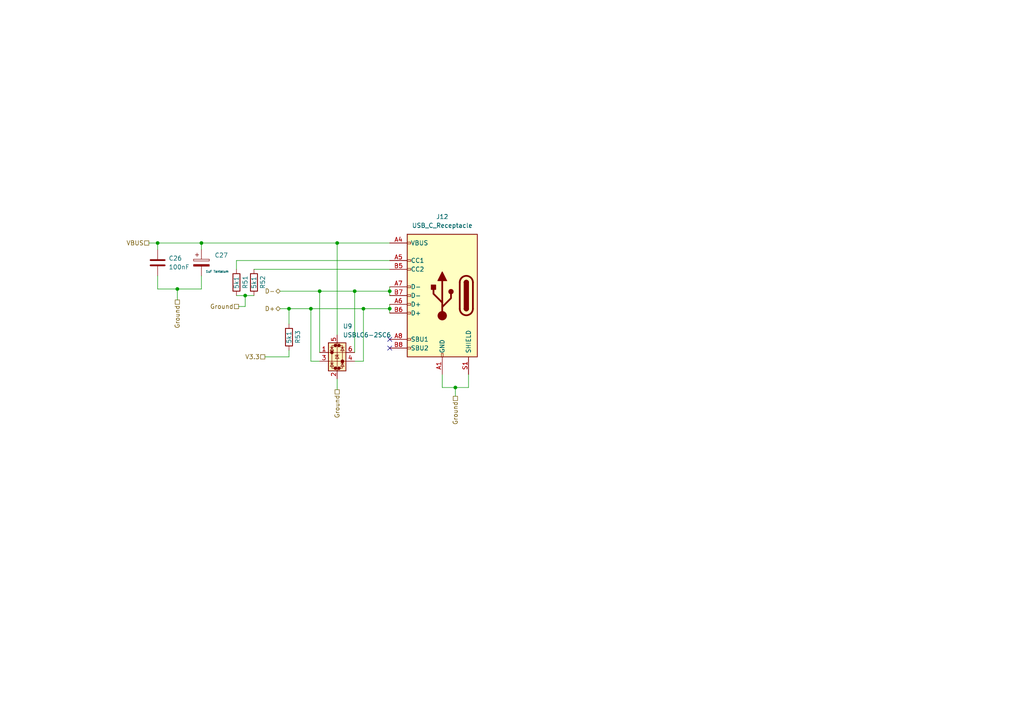
<source format=kicad_sch>
(kicad_sch (version 20231120) (generator "eeschema") (generator_version "8.0")
  (paper "A4")
  (lib_symbols
    (symbol "Device:C" (pin_numbers hide) (pin_names (offset 0.254))
      (property "Reference" "C" (at 0.635 2.54 0))
      (property "Value" "C" (at 0.635 -2.54 0))
      (symbol "C_0_1"
        (polyline (pts (xy -2.032 -0.762) (xy 2.032 -0.762)) (stroke (width 0.508)))
        (polyline (pts (xy -2.032 0.762) (xy 2.032 0.762)) (stroke (width 0.508)))
      )
      (symbol "C_1_1"
        (pin passive line (at 0 3.81 270) (length 2.794) (name "~") (number "1"))
        (pin passive line (at 0 -3.81 90) (length 2.794) (name "~") (number "2"))
      )
    )
    (symbol "Device:C_Polarized" (pin_numbers hide) (pin_names (offset 0.254))
      (property "Reference" "C" (at 0.635 2.54 0))
      (property "Value" "C_Polarized" (at 0.635 -2.54 0))
      (symbol "C_Polarized_0_1"
        (rectangle (start -2.286 0.508) (end 2.286 1.016))
        (polyline (pts (xy -1.778 2.286) (xy -0.762 2.286)))
        (polyline (pts (xy -1.27 2.794) (xy -1.27 1.778)))
        (rectangle (start 2.286 -0.508) (end -2.286 -1.016) (fill (type outline)))
      )
      (symbol "C_Polarized_1_1"
        (pin passive line (at 0 3.81 270) (length 2.794) (name "~") (number "1"))
        (pin passive line (at 0 -3.81 90) (length 2.794) (name "~") (number "2"))
      )
    )
    (symbol "Device:R" (pin_numbers hide) (pin_names (offset 0))
      (property "Reference" "R" (at 2.032 0 90))
      (property "Value" "R" (at 0 0 90))
      (symbol "R_0_1"
        (rectangle (start -1.016 -2.54) (end 1.016 2.54) (stroke (width 0.254)))
      )
      (symbol "R_1_1"
        (pin passive line (at 0 3.81 270) (length 1.27) (name "~") (number "1"))
        (pin passive line (at 0 -3.81 90) (length 1.27) (name "~") (number "2"))
      )
    )
    (symbol "Power_Protection:USBLC6-2SC6" (pin_names hide)
      (property "Reference" "U" (at 0.635 5.715 0))
      (property "Value" "USBLC6-2SC6" (at 0.635 3.81 0))
      (symbol "USBLC6-2SC6_0_0"
        (circle (center -1.524 0) (radius 0.0001) (stroke (width 0.508)))
        (circle (center -0.508 -4.572) (radius 0.0001) (stroke (width 0.508)))
        (circle (center -0.508 2.032) (radius 0.0001) (stroke (width 0.508)))
        (circle (center 0.508 -4.572) (radius 0.0001) (stroke (width 0.508)))
        (circle (center 0.508 2.032) (radius 0.0001) (stroke (width 0.508)))
        (circle (center 1.524 -2.54) (radius 0.0001) (stroke (width 0.508)))
      )
      (symbol "USBLC6-2SC6_0_1"
        (polyline (pts (xy -2.54 -2.54) (xy 2.54 -2.54)))
        (polyline (pts (xy -2.54 0) (xy 2.54 0)))
        (polyline (pts (xy -2.032 -3.048) (xy -1.016 -3.048)))
        (polyline (pts (xy -1.016 1.524) (xy -2.032 1.524)))
        (polyline (pts (xy 1.016 -3.048) (xy 2.032 -3.048)))
        (polyline (pts (xy 1.016 1.524) (xy 2.032 1.524)))
        (polyline (pts (xy -0.508 -1.143) (xy -0.508 -0.762) (xy 0.508 -0.762)))
        (polyline (pts (xy -2.032 0.508) (xy -1.016 0.508) (xy -1.524 1.524) (xy -2.032 0.508)))
        (polyline (pts (xy -1.016 -4.064) (xy -2.032 -4.064) (xy -1.524 -3.048) (xy -1.016 -4.064)))
        (polyline (pts (xy 0.508 -1.778) (xy -0.508 -1.778) (xy 0 -0.762) (xy 0.508 -1.778)))
        (polyline (pts (xy 2.032 -4.064) (xy 1.016 -4.064) (xy 1.524 -3.048) (xy 2.032 -4.064)))
        (polyline (pts (xy 2.032 0.508) (xy 1.016 0.508) (xy 1.524 1.524) (xy 2.032 0.508)))
        (polyline (pts (xy 0 2.54) (xy -0.508 2.032) (xy 0.508 2.032) (xy 0 1.524) (xy 0 -4.064) (xy -0.508 -4.572) (xy 0.508 -4.572) (xy 0 -5.08)))
      )
      (symbol "USBLC6-2SC6_1_1"
        (rectangle (start -2.54 2.794) (end 2.54 -5.334) (stroke (width 0.254)) (fill (type background)))
        (polyline (pts (xy -0.508 2.032) (xy -1.524 2.032) (xy -1.524 -4.572) (xy -0.508 -4.572)))
        (polyline (pts (xy 0.508 -4.572) (xy 1.524 -4.572) (xy 1.524 2.032) (xy 0.508 2.032)))
        (pin passive line (at -5.08 0 0) (length 2.54) (name "I/O1") (number "1"))
        (pin passive line (at 0 -7.62 90) (length 2.54) (name "GND") (number "2"))
        (pin passive line (at -5.08 -2.54 0) (length 2.54) (name "I/O2") (number "3"))
        (pin passive line (at 5.08 -2.54 180) (length 2.54) (name "I/O2") (number "4"))
        (pin passive line (at 0 5.08 270) (length 2.54) (name "VBUS") (number "5"))
        (pin passive line (at 5.08 0 180) (length 2.54) (name "I/O1") (number "6"))
      )
    )
    (symbol "SpiritBoi_Library:USB_C_Receptacle" (pin_names (offset 1.016))
      (property "Reference" "J" (at -21.59 15.24 0))
      (property "Value" "USB_C_Receptacle" (at -12.7 10.16 0))
      (symbol "USB_C_Receptacle_0_0"
        (rectangle (start -0.254 -17.78) (end 0.254 -16.764))
        (rectangle (start 10.16 -14.986) (end 9.144 -15.494))
        (rectangle (start 10.16 -12.446) (end 9.144 -12.954))
        (rectangle (start 10.16 -4.826) (end 9.144 -5.334))
        (rectangle (start 10.16 -2.286) (end 9.144 -2.794))
        (rectangle (start 10.16 0.254) (end 9.144 -0.254))
        (rectangle (start 10.16 2.794) (end 9.144 2.286))
        (rectangle (start 10.16 7.874) (end 9.144 7.366))
        (rectangle (start 10.16 10.414) (end 9.144 9.906))
        (rectangle (start 10.16 15.494) (end 9.144 14.986))
      )
      (symbol "USB_C_Receptacle_0_1"
        (rectangle (start -10.16 17.78) (end 10.16 -17.78) (stroke (width 0.254)) (fill (type background)))
        (arc (start -8.89 -3.81) (mid -6.985 -5.7067) (end -5.08 -3.81) (stroke (width 0.508)))
        (arc (start -7.62 -3.81) (mid -6.985 -4.4423) (end -6.35 -3.81) (stroke (width 0.254)))
        (arc (start -7.62 -3.81) (mid -6.985 -4.4423) (end -6.35 -3.81) (stroke (width 0.254)) (fill (type outline)))
        (rectangle (start -7.62 -3.81) (end -6.35 3.81) (stroke (width 0.254)) (fill (type outline)))
        (arc (start -6.35 3.81) (mid -6.985 4.4423) (end -7.62 3.81) (stroke (width 0.254)))
        (arc (start -6.35 3.81) (mid -6.985 4.4423) (end -7.62 3.81) (stroke (width 0.254)) (fill (type outline)))
        (arc (start -5.08 3.81) (mid -6.985 5.7067) (end -8.89 3.81) (stroke (width 0.508)))
        (circle (center -2.54 1.143) (radius 0.635) (stroke (width 0.254)) (fill (type outline)))
        (circle (center 0 -5.842) (radius 1.27) (fill (type outline)))
        (polyline (pts (xy -8.89 -3.81) (xy -8.89 3.81)) (stroke (width 0.508)))
        (polyline (pts (xy -5.08 3.81) (xy -5.08 -3.81)) (stroke (width 0.508)))
        (polyline (pts (xy 0 -5.842) (xy 0 4.318)) (stroke (width 0.508)))
        (polyline (pts (xy 0 -3.302) (xy -2.54 -0.762) (xy -2.54 0.508)) (stroke (width 0.508)))
        (polyline (pts (xy 0 -2.032) (xy 2.54 0.508) (xy 2.54 1.778)) (stroke (width 0.508)))
        (polyline (pts (xy -1.27 4.318) (xy 0 6.858) (xy 1.27 4.318) (xy -1.27 4.318)) (stroke (width 0.254)) (fill (type outline)))
        (rectangle (start 1.905 1.778) (end 3.175 3.048) (stroke (width 0.254)) (fill (type outline)))
      )
      (symbol "USB_C_Receptacle_1_1"
        (pin passive line (at 0 -22.86 90) (length 5.08) (name "GND") (number "A1"))
        (pin passive line (at 0 -22.86 90) (length 5.08) hide (name "GND") (number "A12"))
        (pin passive line (at 15.24 15.24 180) (length 5.08) (name "VBUS") (number "A4"))
        (pin bidirectional line (at 15.24 10.16 180) (length 5.08) (name "CC1") (number "A5"))
        (pin bidirectional line (at 15.24 -2.54 180) (length 5.08) (name "D+") (number "A6"))
        (pin bidirectional line (at 15.24 2.54 180) (length 5.08) (name "D-") (number "A7"))
        (pin bidirectional line (at 15.24 -12.7 180) (length 5.08) (name "SBU1") (number "A8"))
        (pin passive line (at 15.24 15.24 180) (length 5.08) hide (name "VBUS") (number "A9"))
        (pin passive line (at 0 -22.86 90) (length 5.08) hide (name "GND") (number "B1"))
        (pin passive line (at 0 -22.86 90) (length 5.08) hide (name "GND") (number "B12"))
        (pin passive line (at 15.24 15.24 180) (length 5.08) hide (name "VBUS") (number "B4"))
        (pin bidirectional line (at 15.24 7.62 180) (length 5.08) (name "CC2") (number "B5"))
        (pin bidirectional line (at 15.24 -5.08 180) (length 5.08) (name "D+") (number "B6"))
        (pin bidirectional line (at 15.24 0 180) (length 5.08) (name "D-") (number "B7"))
        (pin bidirectional line (at 15.24 -15.24 180) (length 5.08) (name "SBU2") (number "B8"))
        (pin passive line (at 15.24 15.24 180) (length 5.08) hide (name "VBUS") (number "B9"))
        (pin passive line (at -7.62 -22.86 90) (length 5.08) (name "SHIELD") (number "S1"))
      )
    )
  )
  (junction (at 58.42 70.485))
  (junction (at 45.72 70.485))
  (junction (at 113.03 89.535))
  (junction (at 71.12 85.725))
  (junction (at 113.03 84.455))
  (junction (at 132.08 112.395))
  (junction (at 83.82 89.535))
  (junction (at 90.17 89.535))
  (junction (at 105.41 89.535))
  (junction (at 51.435 83.82))
  (junction (at 92.71 84.455))
  (junction (at 97.79 70.485))
  (junction (at 102.87 84.455))
  (no_connect (at 113.03 100.965))
  (no_connect (at 113.03 98.425))
  (wire (pts (xy 113.03 75.565) (xy 68.58 75.565)))
  (wire (pts (xy 45.72 80.01) (xy 45.72 83.82)))
  (wire (pts (xy 71.12 85.725) (xy 73.66 85.725)))
  (wire (pts (xy 113.03 88.265) (xy 113.03 89.535)))
  (wire (pts (xy 92.71 84.455) (xy 92.71 102.235)))
  (wire (pts (xy 132.08 112.395) (xy 132.08 114.935)))
  (wire (pts (xy 45.72 70.485) (xy 45.72 72.39)))
  (wire (pts (xy 51.435 83.82) (xy 58.42 83.82)))
  (wire (pts (xy 135.89 108.585) (xy 135.89 112.395)))
  (wire (pts (xy 76.835 103.505) (xy 83.82 103.505)))
  (wire (pts (xy 83.82 103.505) (xy 83.82 101.6)))
  (wire (pts (xy 102.87 84.455) (xy 102.87 102.235)))
  (wire (pts (xy 71.12 85.725) (xy 71.12 88.9)))
  (wire (pts (xy 58.42 70.485) (xy 58.42 72.39)))
  (wire (pts (xy 43.18 70.485) (xy 45.72 70.485)))
  (wire (pts (xy 128.27 112.395) (xy 128.27 108.585)))
  (wire (pts (xy 135.89 112.395) (xy 132.08 112.395)))
  (wire (pts (xy 105.41 104.775) (xy 105.41 89.535)))
  (wire (pts (xy 132.08 112.395) (xy 128.27 112.395)))
  (wire (pts (xy 90.17 104.775) (xy 90.17 89.535)))
  (wire (pts (xy 113.03 89.535) (xy 113.03 90.805)))
  (wire (pts (xy 83.82 89.535) (xy 83.82 93.98)))
  (wire (pts (xy 92.71 84.455) (xy 102.87 84.455)))
  (wire (pts (xy 68.58 85.725) (xy 71.12 85.725)))
  (wire (pts (xy 73.66 78.105) (xy 113.03 78.105)))
  (wire (pts (xy 113.03 84.455) (xy 113.03 85.725)))
  (wire (pts (xy 68.58 75.565) (xy 68.58 78.105)))
  (wire (pts (xy 97.79 109.855) (xy 97.79 113.03)))
  (wire (pts (xy 102.87 84.455) (xy 113.03 84.455)))
  (wire (pts (xy 51.435 83.82) (xy 51.435 86.995)))
  (wire (pts (xy 97.79 70.485) (xy 113.03 70.485)))
  (wire (pts (xy 83.82 89.535) (xy 90.17 89.535)))
  (wire (pts (xy 92.71 104.775) (xy 90.17 104.775)))
  (wire (pts (xy 102.87 104.775) (xy 105.41 104.775)))
  (wire (pts (xy 45.72 83.82) (xy 51.435 83.82)))
  (wire (pts (xy 69.215 88.9) (xy 71.12 88.9)))
  (wire (pts (xy 113.03 83.185) (xy 113.03 84.455)))
  (wire (pts (xy 81.28 84.455) (xy 92.71 84.455)))
  (wire (pts (xy 58.42 83.82) (xy 58.42 80.01)))
  (wire (pts (xy 90.17 89.535) (xy 105.41 89.535)))
  (wire (pts (xy 97.79 70.485) (xy 97.79 97.155)))
  (wire (pts (xy 105.41 89.535) (xy 113.03 89.535)))
  (wire (pts (xy 81.28 89.535) (xy 83.82 89.535)))
  (wire (pts (xy 58.42 70.485) (xy 97.79 70.485)))
  (wire (pts (xy 45.72 70.485) (xy 58.42 70.485)))
  (hierarchical_label "Ground" (shape passive) (at 132.08 114.935 270))
  (hierarchical_label "D-" (shape bidirectional) (at 81.28 84.455 180))
  (hierarchical_label "VBUS" (shape passive) (at 43.18 70.485 180))
  (hierarchical_label "V3.3" (shape passive) (at 76.835 103.505 180))
  (hierarchical_label "D+" (shape bidirectional) (at 81.28 89.535 180))
  (hierarchical_label "Ground" (shape passive) (at 97.79 113.03 270))
  (hierarchical_label "Ground" (shape passive) (at 51.435 86.995 270))
  (hierarchical_label "Ground" (shape passive) (at 69.215 88.9 180))
  (symbol (lib_id "Device:R") (at 73.66 81.915 0) (unit 1)
    (property "Reference" "R52" (at 76.2 83.82 90) (effects (justify left)))
    (property "Value" "5k1" (at 73.66 83.82 90) (effects (justify left)))
    (property "Footprint" "SpiritBoi_Footprint_Library:R_0603" (effects (hide yes)))
    (property "Description" "Resistor" (effects (hide yes)))
  )
  (symbol (lib_id "Device:C") (at 45.72 76.2 0) (unit 1)
    (property "Reference" "C26" (at 48.895 74.9299 0) (effects (justify left)))
    (property "Value" "100nF" (at 48.895 77.4699 0) (effects (justify left)))
    (property "Footprint" "SpiritBoi_Footprint_Library:C_0805" (effects (hide yes)))
    (property "Description" "Unpolarized capacitor" (effects (hide yes)))
  )
  (symbol (lib_id "SpiritBoi_Library:USB_C_Receptacle") (at 128.27 85.725 0) (mirror y) (unit 1)
    (property "Reference" "J12" (at 128.27 62.865 0))
    (property "Value" "USB_C_Receptacle" (at 128.27 65.405 0))
    (property "Footprint" "SpiritBoi_Footprint_Library:USB_C_Receptacle_XKB_U262-16XN-4BVC11" (effects (hide yes)))
    (property "Datasheet" "https://www.usb.org/sites/default/files/documents/usb_type-c.zip" (effects (hide yes)))
    (property "Description" "USB Full-Featured Type-C Receptacle connector" (effects (hide yes)))
  )
  (symbol (lib_id "Device:R") (at 68.58 81.915 0) (unit 1)
    (property "Reference" "R51" (at 71.12 83.82 90) (effects (justify left)))
    (property "Value" "5k1" (at 68.58 83.82 90) (effects (justify left)))
    (property "Footprint" "SpiritBoi_Footprint_Library:R_0603" (effects (hide yes)))
    (property "Description" "Resistor" (effects (hide yes)))
  )
  (symbol (lib_id "Device:C_Polarized") (at 58.42 76.2 0) (unit 1)
    (property "Reference" "C27" (at 62.23 74.0409 0) (effects (justify left)))
    (property "Value" "1uF Tantalum" (at 59.69 78.74 0) (effects (font (size 0.635 0.635)) (justify left)))
    (property "Footprint" "Capacitor_Tantalum_SMD:CP_EIA-3216-10_Kemet-I" (effects (hide yes)))
    (property "Description" "Polarized capacitor" (effects (hide yes)))
  )
  (symbol (lib_id "Power_Protection:USBLC6-2SC6") (at 97.79 102.235 0) (unit 1)
    (property "Reference" "U9" (at 99.4411 94.615 0) (effects (justify left)))
    (property "Value" "USBLC6-2SC6" (at 99.4411 97.155 0) (effects (justify left)))
    (property "Footprint" "Package_TO_SOT_SMD:SOT-23-6" (effects (hide yes)))
    (property "Datasheet" "https://www.st.com/resource/en/datasheet/usblc6-2.pdf" (effects (hide yes)))
    (property "Description" "Very low capacitance ESD protection diode, 2 data-line, SOT-23-6" (effects (hide yes)))
  )
  (symbol (lib_id "Device:R") (at 83.82 97.79 0) (unit 1)
    (property "Reference" "R53" (at 86.36 99.695 90) (effects (justify left)))
    (property "Value" "5k1" (at 83.82 99.695 90) (effects (justify left)))
    (property "Footprint" "SpiritBoi_Footprint_Library:R_0603" (effects (hide yes)))
    (property "Description" "Resistor" (effects (hide yes)))
  )
)
</source>
